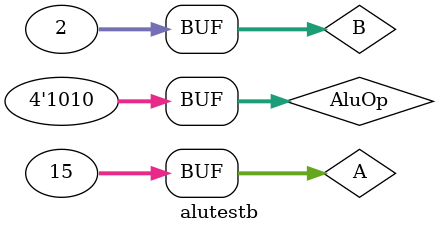
<source format=sv>

module alutestb;

parameter n = 32;
logic [3:0] AluOp; //4 bit operation code
logic [n-1:0] A, B; //32 bit inputs
logic [n-1:0] AluOut; //32 bit outputs
logic zflag;

alu #(.n(n)) alu1 (.AluOp(AluOp),.A(A),.B(B),.AluOut(AluOut),.zflag(zflag));

initial
    begin A = 32'd15; B = 32'd2;
        #10 AluOp = 4'd0; //ADD
        #10 AluOp = 4'd1; //SUB
        #10 AluOp = 4'd9; //OR
        #10 AluOp = 4'd10; //AND
		#10;
    end
//this doesnt include a zflag test just realised
endmodule
</source>
